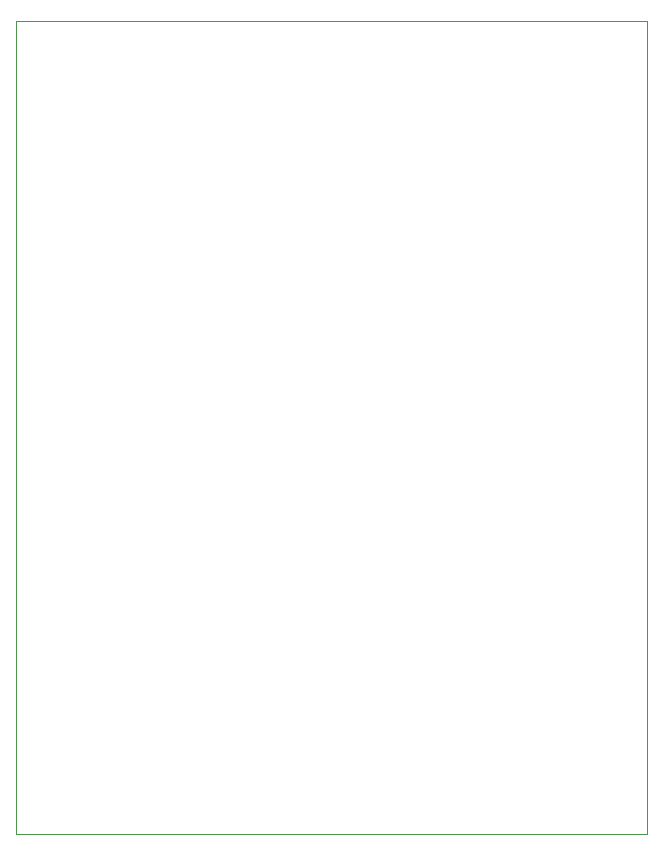
<source format=gbr>
G04*
G04 #@! TF.GenerationSoftware,Altium Limited,Altium Designer,24.2.2 (26)*
G04*
G04 Layer_Color=0*
%FSLAX44Y44*%
%MOMM*%
G71*
G04*
G04 #@! TF.SameCoordinates,1E054471-4286-4940-991A-2DB9724D60F8*
G04*
G04*
G04 #@! TF.FilePolarity,Positive*
G04*
G01*
G75*
%ADD108C,0.0254*%
D108*
X-1270Y0D02*
X-1270Y688340D01*
X533400D01*
Y0D01*
X-1270D01*
M02*

</source>
